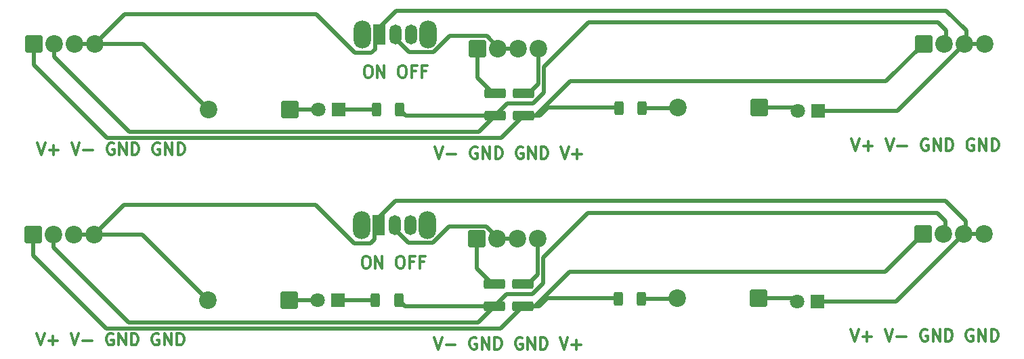
<source format=gbr>
%TF.GenerationSoftware,KiCad,Pcbnew,9.0.3*%
%TF.CreationDate,2025-09-30T08:48:07-07:00*%
%TF.ProjectId,backplate_wiring,6261636b-706c-4617-9465-5f776972696e,rev?*%
%TF.SameCoordinates,Original*%
%TF.FileFunction,Copper,L1,Top*%
%TF.FilePolarity,Positive*%
%FSLAX46Y46*%
G04 Gerber Fmt 4.6, Leading zero omitted, Abs format (unit mm)*
G04 Created by KiCad (PCBNEW 9.0.3) date 2025-09-30 08:48:07*
%MOMM*%
%LPD*%
G01*
G04 APERTURE LIST*
G04 Aperture macros list*
%AMRoundRect*
0 Rectangle with rounded corners*
0 $1 Rounding radius*
0 $2 $3 $4 $5 $6 $7 $8 $9 X,Y pos of 4 corners*
0 Add a 4 corners polygon primitive as box body*
4,1,4,$2,$3,$4,$5,$6,$7,$8,$9,$2,$3,0*
0 Add four circle primitives for the rounded corners*
1,1,$1+$1,$2,$3*
1,1,$1+$1,$4,$5*
1,1,$1+$1,$6,$7*
1,1,$1+$1,$8,$9*
0 Add four rect primitives between the rounded corners*
20,1,$1+$1,$2,$3,$4,$5,0*
20,1,$1+$1,$4,$5,$6,$7,0*
20,1,$1+$1,$6,$7,$8,$9,0*
20,1,$1+$1,$8,$9,$2,$3,0*%
G04 Aperture macros list end*
%ADD10C,0.300000*%
%TA.AperFunction,NonConductor*%
%ADD11C,0.300000*%
%TD*%
%TA.AperFunction,SMDPad,CuDef*%
%ADD12RoundRect,0.250000X-1.075000X0.375000X-1.075000X-0.375000X1.075000X-0.375000X1.075000X0.375000X0*%
%TD*%
%TA.AperFunction,ComponentPad*%
%ADD13RoundRect,0.249999X0.850001X0.850001X-0.850001X0.850001X-0.850001X-0.850001X0.850001X-0.850001X0*%
%TD*%
%TA.AperFunction,ComponentPad*%
%ADD14C,2.200000*%
%TD*%
%TA.AperFunction,ComponentPad*%
%ADD15O,2.200000X3.500000*%
%TD*%
%TA.AperFunction,ComponentPad*%
%ADD16R,1.500000X2.500000*%
%TD*%
%TA.AperFunction,ComponentPad*%
%ADD17O,1.500000X2.500000*%
%TD*%
%TA.AperFunction,ComponentPad*%
%ADD18R,1.800000X1.800000*%
%TD*%
%TA.AperFunction,ComponentPad*%
%ADD19C,1.800000*%
%TD*%
%TA.AperFunction,ComponentPad*%
%ADD20RoundRect,0.249999X-0.850001X-0.850001X0.850001X-0.850001X0.850001X0.850001X-0.850001X0.850001X0*%
%TD*%
%TA.AperFunction,SMDPad,CuDef*%
%ADD21RoundRect,0.250000X-0.312500X-0.625000X0.312500X-0.625000X0.312500X0.625000X-0.312500X0.625000X0*%
%TD*%
%TA.AperFunction,SMDPad,CuDef*%
%ADD22RoundRect,0.250000X0.312500X0.625000X-0.312500X0.625000X-0.312500X-0.625000X0.312500X-0.625000X0*%
%TD*%
%TA.AperFunction,Conductor*%
%ADD23C,0.500000*%
%TD*%
G04 APERTURE END LIST*
D10*
D11*
X131904225Y-148160828D02*
X132189939Y-148160828D01*
X132189939Y-148160828D02*
X132332796Y-148232257D01*
X132332796Y-148232257D02*
X132475653Y-148375114D01*
X132475653Y-148375114D02*
X132547082Y-148660828D01*
X132547082Y-148660828D02*
X132547082Y-149160828D01*
X132547082Y-149160828D02*
X132475653Y-149446542D01*
X132475653Y-149446542D02*
X132332796Y-149589400D01*
X132332796Y-149589400D02*
X132189939Y-149660828D01*
X132189939Y-149660828D02*
X131904225Y-149660828D01*
X131904225Y-149660828D02*
X131761368Y-149589400D01*
X131761368Y-149589400D02*
X131618510Y-149446542D01*
X131618510Y-149446542D02*
X131547082Y-149160828D01*
X131547082Y-149160828D02*
X131547082Y-148660828D01*
X131547082Y-148660828D02*
X131618510Y-148375114D01*
X131618510Y-148375114D02*
X131761368Y-148232257D01*
X131761368Y-148232257D02*
X131904225Y-148160828D01*
X133189939Y-149660828D02*
X133189939Y-148160828D01*
X133189939Y-148160828D02*
X134047082Y-149660828D01*
X134047082Y-149660828D02*
X134047082Y-148160828D01*
X136189940Y-148160828D02*
X136475654Y-148160828D01*
X136475654Y-148160828D02*
X136618511Y-148232257D01*
X136618511Y-148232257D02*
X136761368Y-148375114D01*
X136761368Y-148375114D02*
X136832797Y-148660828D01*
X136832797Y-148660828D02*
X136832797Y-149160828D01*
X136832797Y-149160828D02*
X136761368Y-149446542D01*
X136761368Y-149446542D02*
X136618511Y-149589400D01*
X136618511Y-149589400D02*
X136475654Y-149660828D01*
X136475654Y-149660828D02*
X136189940Y-149660828D01*
X136189940Y-149660828D02*
X136047083Y-149589400D01*
X136047083Y-149589400D02*
X135904225Y-149446542D01*
X135904225Y-149446542D02*
X135832797Y-149160828D01*
X135832797Y-149160828D02*
X135832797Y-148660828D01*
X135832797Y-148660828D02*
X135904225Y-148375114D01*
X135904225Y-148375114D02*
X136047083Y-148232257D01*
X136047083Y-148232257D02*
X136189940Y-148160828D01*
X137975654Y-148875114D02*
X137475654Y-148875114D01*
X137475654Y-149660828D02*
X137475654Y-148160828D01*
X137475654Y-148160828D02*
X138189940Y-148160828D01*
X139261368Y-148875114D02*
X138761368Y-148875114D01*
X138761368Y-149660828D02*
X138761368Y-148160828D01*
X138761368Y-148160828D02*
X139475654Y-148160828D01*
D10*
D11*
X132158225Y-124284828D02*
X132443939Y-124284828D01*
X132443939Y-124284828D02*
X132586796Y-124356257D01*
X132586796Y-124356257D02*
X132729653Y-124499114D01*
X132729653Y-124499114D02*
X132801082Y-124784828D01*
X132801082Y-124784828D02*
X132801082Y-125284828D01*
X132801082Y-125284828D02*
X132729653Y-125570542D01*
X132729653Y-125570542D02*
X132586796Y-125713400D01*
X132586796Y-125713400D02*
X132443939Y-125784828D01*
X132443939Y-125784828D02*
X132158225Y-125784828D01*
X132158225Y-125784828D02*
X132015368Y-125713400D01*
X132015368Y-125713400D02*
X131872510Y-125570542D01*
X131872510Y-125570542D02*
X131801082Y-125284828D01*
X131801082Y-125284828D02*
X131801082Y-124784828D01*
X131801082Y-124784828D02*
X131872510Y-124499114D01*
X131872510Y-124499114D02*
X132015368Y-124356257D01*
X132015368Y-124356257D02*
X132158225Y-124284828D01*
X133443939Y-125784828D02*
X133443939Y-124284828D01*
X133443939Y-124284828D02*
X134301082Y-125784828D01*
X134301082Y-125784828D02*
X134301082Y-124284828D01*
X136443940Y-124284828D02*
X136729654Y-124284828D01*
X136729654Y-124284828D02*
X136872511Y-124356257D01*
X136872511Y-124356257D02*
X137015368Y-124499114D01*
X137015368Y-124499114D02*
X137086797Y-124784828D01*
X137086797Y-124784828D02*
X137086797Y-125284828D01*
X137086797Y-125284828D02*
X137015368Y-125570542D01*
X137015368Y-125570542D02*
X136872511Y-125713400D01*
X136872511Y-125713400D02*
X136729654Y-125784828D01*
X136729654Y-125784828D02*
X136443940Y-125784828D01*
X136443940Y-125784828D02*
X136301083Y-125713400D01*
X136301083Y-125713400D02*
X136158225Y-125570542D01*
X136158225Y-125570542D02*
X136086797Y-125284828D01*
X136086797Y-125284828D02*
X136086797Y-124784828D01*
X136086797Y-124784828D02*
X136158225Y-124499114D01*
X136158225Y-124499114D02*
X136301083Y-124356257D01*
X136301083Y-124356257D02*
X136443940Y-124284828D01*
X138229654Y-124999114D02*
X137729654Y-124999114D01*
X137729654Y-125784828D02*
X137729654Y-124284828D01*
X137729654Y-124284828D02*
X138443940Y-124284828D01*
X139515368Y-124999114D02*
X139015368Y-124999114D01*
X139015368Y-125784828D02*
X139015368Y-124284828D01*
X139015368Y-124284828D02*
X139729654Y-124284828D01*
D10*
D11*
X140638225Y-134472828D02*
X141138225Y-135972828D01*
X141138225Y-135972828D02*
X141638225Y-134472828D01*
X142138224Y-135401400D02*
X143281082Y-135401400D01*
X145923939Y-134544257D02*
X145781082Y-134472828D01*
X145781082Y-134472828D02*
X145566796Y-134472828D01*
X145566796Y-134472828D02*
X145352510Y-134544257D01*
X145352510Y-134544257D02*
X145209653Y-134687114D01*
X145209653Y-134687114D02*
X145138224Y-134829971D01*
X145138224Y-134829971D02*
X145066796Y-135115685D01*
X145066796Y-135115685D02*
X145066796Y-135329971D01*
X145066796Y-135329971D02*
X145138224Y-135615685D01*
X145138224Y-135615685D02*
X145209653Y-135758542D01*
X145209653Y-135758542D02*
X145352510Y-135901400D01*
X145352510Y-135901400D02*
X145566796Y-135972828D01*
X145566796Y-135972828D02*
X145709653Y-135972828D01*
X145709653Y-135972828D02*
X145923939Y-135901400D01*
X145923939Y-135901400D02*
X145995367Y-135829971D01*
X145995367Y-135829971D02*
X145995367Y-135329971D01*
X145995367Y-135329971D02*
X145709653Y-135329971D01*
X146638224Y-135972828D02*
X146638224Y-134472828D01*
X146638224Y-134472828D02*
X147495367Y-135972828D01*
X147495367Y-135972828D02*
X147495367Y-134472828D01*
X148209653Y-135972828D02*
X148209653Y-134472828D01*
X148209653Y-134472828D02*
X148566796Y-134472828D01*
X148566796Y-134472828D02*
X148781082Y-134544257D01*
X148781082Y-134544257D02*
X148923939Y-134687114D01*
X148923939Y-134687114D02*
X148995368Y-134829971D01*
X148995368Y-134829971D02*
X149066796Y-135115685D01*
X149066796Y-135115685D02*
X149066796Y-135329971D01*
X149066796Y-135329971D02*
X148995368Y-135615685D01*
X148995368Y-135615685D02*
X148923939Y-135758542D01*
X148923939Y-135758542D02*
X148781082Y-135901400D01*
X148781082Y-135901400D02*
X148566796Y-135972828D01*
X148566796Y-135972828D02*
X148209653Y-135972828D01*
X151638225Y-134544257D02*
X151495368Y-134472828D01*
X151495368Y-134472828D02*
X151281082Y-134472828D01*
X151281082Y-134472828D02*
X151066796Y-134544257D01*
X151066796Y-134544257D02*
X150923939Y-134687114D01*
X150923939Y-134687114D02*
X150852510Y-134829971D01*
X150852510Y-134829971D02*
X150781082Y-135115685D01*
X150781082Y-135115685D02*
X150781082Y-135329971D01*
X150781082Y-135329971D02*
X150852510Y-135615685D01*
X150852510Y-135615685D02*
X150923939Y-135758542D01*
X150923939Y-135758542D02*
X151066796Y-135901400D01*
X151066796Y-135901400D02*
X151281082Y-135972828D01*
X151281082Y-135972828D02*
X151423939Y-135972828D01*
X151423939Y-135972828D02*
X151638225Y-135901400D01*
X151638225Y-135901400D02*
X151709653Y-135829971D01*
X151709653Y-135829971D02*
X151709653Y-135329971D01*
X151709653Y-135329971D02*
X151423939Y-135329971D01*
X152352510Y-135972828D02*
X152352510Y-134472828D01*
X152352510Y-134472828D02*
X153209653Y-135972828D01*
X153209653Y-135972828D02*
X153209653Y-134472828D01*
X153923939Y-135972828D02*
X153923939Y-134472828D01*
X153923939Y-134472828D02*
X154281082Y-134472828D01*
X154281082Y-134472828D02*
X154495368Y-134544257D01*
X154495368Y-134544257D02*
X154638225Y-134687114D01*
X154638225Y-134687114D02*
X154709654Y-134829971D01*
X154709654Y-134829971D02*
X154781082Y-135115685D01*
X154781082Y-135115685D02*
X154781082Y-135329971D01*
X154781082Y-135329971D02*
X154709654Y-135615685D01*
X154709654Y-135615685D02*
X154638225Y-135758542D01*
X154638225Y-135758542D02*
X154495368Y-135901400D01*
X154495368Y-135901400D02*
X154281082Y-135972828D01*
X154281082Y-135972828D02*
X153923939Y-135972828D01*
X156352511Y-134472828D02*
X156852511Y-135972828D01*
X156852511Y-135972828D02*
X157352511Y-134472828D01*
X157852510Y-135401400D02*
X158995368Y-135401400D01*
X158423939Y-135972828D02*
X158423939Y-134829971D01*
D10*
D11*
X90930225Y-133952828D02*
X91430225Y-135452828D01*
X91430225Y-135452828D02*
X91930225Y-133952828D01*
X92430224Y-134881400D02*
X93573082Y-134881400D01*
X93001653Y-135452828D02*
X93001653Y-134309971D01*
X95215939Y-133952828D02*
X95715939Y-135452828D01*
X95715939Y-135452828D02*
X96215939Y-133952828D01*
X96715938Y-134881400D02*
X97858796Y-134881400D01*
X100501653Y-134024257D02*
X100358796Y-133952828D01*
X100358796Y-133952828D02*
X100144510Y-133952828D01*
X100144510Y-133952828D02*
X99930224Y-134024257D01*
X99930224Y-134024257D02*
X99787367Y-134167114D01*
X99787367Y-134167114D02*
X99715938Y-134309971D01*
X99715938Y-134309971D02*
X99644510Y-134595685D01*
X99644510Y-134595685D02*
X99644510Y-134809971D01*
X99644510Y-134809971D02*
X99715938Y-135095685D01*
X99715938Y-135095685D02*
X99787367Y-135238542D01*
X99787367Y-135238542D02*
X99930224Y-135381400D01*
X99930224Y-135381400D02*
X100144510Y-135452828D01*
X100144510Y-135452828D02*
X100287367Y-135452828D01*
X100287367Y-135452828D02*
X100501653Y-135381400D01*
X100501653Y-135381400D02*
X100573081Y-135309971D01*
X100573081Y-135309971D02*
X100573081Y-134809971D01*
X100573081Y-134809971D02*
X100287367Y-134809971D01*
X101215938Y-135452828D02*
X101215938Y-133952828D01*
X101215938Y-133952828D02*
X102073081Y-135452828D01*
X102073081Y-135452828D02*
X102073081Y-133952828D01*
X102787367Y-135452828D02*
X102787367Y-133952828D01*
X102787367Y-133952828D02*
X103144510Y-133952828D01*
X103144510Y-133952828D02*
X103358796Y-134024257D01*
X103358796Y-134024257D02*
X103501653Y-134167114D01*
X103501653Y-134167114D02*
X103573082Y-134309971D01*
X103573082Y-134309971D02*
X103644510Y-134595685D01*
X103644510Y-134595685D02*
X103644510Y-134809971D01*
X103644510Y-134809971D02*
X103573082Y-135095685D01*
X103573082Y-135095685D02*
X103501653Y-135238542D01*
X103501653Y-135238542D02*
X103358796Y-135381400D01*
X103358796Y-135381400D02*
X103144510Y-135452828D01*
X103144510Y-135452828D02*
X102787367Y-135452828D01*
X106215939Y-134024257D02*
X106073082Y-133952828D01*
X106073082Y-133952828D02*
X105858796Y-133952828D01*
X105858796Y-133952828D02*
X105644510Y-134024257D01*
X105644510Y-134024257D02*
X105501653Y-134167114D01*
X105501653Y-134167114D02*
X105430224Y-134309971D01*
X105430224Y-134309971D02*
X105358796Y-134595685D01*
X105358796Y-134595685D02*
X105358796Y-134809971D01*
X105358796Y-134809971D02*
X105430224Y-135095685D01*
X105430224Y-135095685D02*
X105501653Y-135238542D01*
X105501653Y-135238542D02*
X105644510Y-135381400D01*
X105644510Y-135381400D02*
X105858796Y-135452828D01*
X105858796Y-135452828D02*
X106001653Y-135452828D01*
X106001653Y-135452828D02*
X106215939Y-135381400D01*
X106215939Y-135381400D02*
X106287367Y-135309971D01*
X106287367Y-135309971D02*
X106287367Y-134809971D01*
X106287367Y-134809971D02*
X106001653Y-134809971D01*
X106930224Y-135452828D02*
X106930224Y-133952828D01*
X106930224Y-133952828D02*
X107787367Y-135452828D01*
X107787367Y-135452828D02*
X107787367Y-133952828D01*
X108501653Y-135452828D02*
X108501653Y-133952828D01*
X108501653Y-133952828D02*
X108858796Y-133952828D01*
X108858796Y-133952828D02*
X109073082Y-134024257D01*
X109073082Y-134024257D02*
X109215939Y-134167114D01*
X109215939Y-134167114D02*
X109287368Y-134309971D01*
X109287368Y-134309971D02*
X109358796Y-134595685D01*
X109358796Y-134595685D02*
X109358796Y-134809971D01*
X109358796Y-134809971D02*
X109287368Y-135095685D01*
X109287368Y-135095685D02*
X109215939Y-135238542D01*
X109215939Y-135238542D02*
X109073082Y-135381400D01*
X109073082Y-135381400D02*
X108858796Y-135452828D01*
X108858796Y-135452828D02*
X108501653Y-135452828D01*
D10*
D11*
X192708225Y-133452828D02*
X193208225Y-134952828D01*
X193208225Y-134952828D02*
X193708225Y-133452828D01*
X194208224Y-134381400D02*
X195351082Y-134381400D01*
X194779653Y-134952828D02*
X194779653Y-133809971D01*
X196993939Y-133452828D02*
X197493939Y-134952828D01*
X197493939Y-134952828D02*
X197993939Y-133452828D01*
X198493938Y-134381400D02*
X199636796Y-134381400D01*
X202279653Y-133524257D02*
X202136796Y-133452828D01*
X202136796Y-133452828D02*
X201922510Y-133452828D01*
X201922510Y-133452828D02*
X201708224Y-133524257D01*
X201708224Y-133524257D02*
X201565367Y-133667114D01*
X201565367Y-133667114D02*
X201493938Y-133809971D01*
X201493938Y-133809971D02*
X201422510Y-134095685D01*
X201422510Y-134095685D02*
X201422510Y-134309971D01*
X201422510Y-134309971D02*
X201493938Y-134595685D01*
X201493938Y-134595685D02*
X201565367Y-134738542D01*
X201565367Y-134738542D02*
X201708224Y-134881400D01*
X201708224Y-134881400D02*
X201922510Y-134952828D01*
X201922510Y-134952828D02*
X202065367Y-134952828D01*
X202065367Y-134952828D02*
X202279653Y-134881400D01*
X202279653Y-134881400D02*
X202351081Y-134809971D01*
X202351081Y-134809971D02*
X202351081Y-134309971D01*
X202351081Y-134309971D02*
X202065367Y-134309971D01*
X202993938Y-134952828D02*
X202993938Y-133452828D01*
X202993938Y-133452828D02*
X203851081Y-134952828D01*
X203851081Y-134952828D02*
X203851081Y-133452828D01*
X204565367Y-134952828D02*
X204565367Y-133452828D01*
X204565367Y-133452828D02*
X204922510Y-133452828D01*
X204922510Y-133452828D02*
X205136796Y-133524257D01*
X205136796Y-133524257D02*
X205279653Y-133667114D01*
X205279653Y-133667114D02*
X205351082Y-133809971D01*
X205351082Y-133809971D02*
X205422510Y-134095685D01*
X205422510Y-134095685D02*
X205422510Y-134309971D01*
X205422510Y-134309971D02*
X205351082Y-134595685D01*
X205351082Y-134595685D02*
X205279653Y-134738542D01*
X205279653Y-134738542D02*
X205136796Y-134881400D01*
X205136796Y-134881400D02*
X204922510Y-134952828D01*
X204922510Y-134952828D02*
X204565367Y-134952828D01*
X207993939Y-133524257D02*
X207851082Y-133452828D01*
X207851082Y-133452828D02*
X207636796Y-133452828D01*
X207636796Y-133452828D02*
X207422510Y-133524257D01*
X207422510Y-133524257D02*
X207279653Y-133667114D01*
X207279653Y-133667114D02*
X207208224Y-133809971D01*
X207208224Y-133809971D02*
X207136796Y-134095685D01*
X207136796Y-134095685D02*
X207136796Y-134309971D01*
X207136796Y-134309971D02*
X207208224Y-134595685D01*
X207208224Y-134595685D02*
X207279653Y-134738542D01*
X207279653Y-134738542D02*
X207422510Y-134881400D01*
X207422510Y-134881400D02*
X207636796Y-134952828D01*
X207636796Y-134952828D02*
X207779653Y-134952828D01*
X207779653Y-134952828D02*
X207993939Y-134881400D01*
X207993939Y-134881400D02*
X208065367Y-134809971D01*
X208065367Y-134809971D02*
X208065367Y-134309971D01*
X208065367Y-134309971D02*
X207779653Y-134309971D01*
X208708224Y-134952828D02*
X208708224Y-133452828D01*
X208708224Y-133452828D02*
X209565367Y-134952828D01*
X209565367Y-134952828D02*
X209565367Y-133452828D01*
X210279653Y-134952828D02*
X210279653Y-133452828D01*
X210279653Y-133452828D02*
X210636796Y-133452828D01*
X210636796Y-133452828D02*
X210851082Y-133524257D01*
X210851082Y-133524257D02*
X210993939Y-133667114D01*
X210993939Y-133667114D02*
X211065368Y-133809971D01*
X211065368Y-133809971D02*
X211136796Y-134095685D01*
X211136796Y-134095685D02*
X211136796Y-134309971D01*
X211136796Y-134309971D02*
X211065368Y-134595685D01*
X211065368Y-134595685D02*
X210993939Y-134738542D01*
X210993939Y-134738542D02*
X210851082Y-134881400D01*
X210851082Y-134881400D02*
X210636796Y-134952828D01*
X210636796Y-134952828D02*
X210279653Y-134952828D01*
D10*
D11*
X140548225Y-158320828D02*
X141048225Y-159820828D01*
X141048225Y-159820828D02*
X141548225Y-158320828D01*
X142048224Y-159249400D02*
X143191082Y-159249400D01*
X145833939Y-158392257D02*
X145691082Y-158320828D01*
X145691082Y-158320828D02*
X145476796Y-158320828D01*
X145476796Y-158320828D02*
X145262510Y-158392257D01*
X145262510Y-158392257D02*
X145119653Y-158535114D01*
X145119653Y-158535114D02*
X145048224Y-158677971D01*
X145048224Y-158677971D02*
X144976796Y-158963685D01*
X144976796Y-158963685D02*
X144976796Y-159177971D01*
X144976796Y-159177971D02*
X145048224Y-159463685D01*
X145048224Y-159463685D02*
X145119653Y-159606542D01*
X145119653Y-159606542D02*
X145262510Y-159749400D01*
X145262510Y-159749400D02*
X145476796Y-159820828D01*
X145476796Y-159820828D02*
X145619653Y-159820828D01*
X145619653Y-159820828D02*
X145833939Y-159749400D01*
X145833939Y-159749400D02*
X145905367Y-159677971D01*
X145905367Y-159677971D02*
X145905367Y-159177971D01*
X145905367Y-159177971D02*
X145619653Y-159177971D01*
X146548224Y-159820828D02*
X146548224Y-158320828D01*
X146548224Y-158320828D02*
X147405367Y-159820828D01*
X147405367Y-159820828D02*
X147405367Y-158320828D01*
X148119653Y-159820828D02*
X148119653Y-158320828D01*
X148119653Y-158320828D02*
X148476796Y-158320828D01*
X148476796Y-158320828D02*
X148691082Y-158392257D01*
X148691082Y-158392257D02*
X148833939Y-158535114D01*
X148833939Y-158535114D02*
X148905368Y-158677971D01*
X148905368Y-158677971D02*
X148976796Y-158963685D01*
X148976796Y-158963685D02*
X148976796Y-159177971D01*
X148976796Y-159177971D02*
X148905368Y-159463685D01*
X148905368Y-159463685D02*
X148833939Y-159606542D01*
X148833939Y-159606542D02*
X148691082Y-159749400D01*
X148691082Y-159749400D02*
X148476796Y-159820828D01*
X148476796Y-159820828D02*
X148119653Y-159820828D01*
X151548225Y-158392257D02*
X151405368Y-158320828D01*
X151405368Y-158320828D02*
X151191082Y-158320828D01*
X151191082Y-158320828D02*
X150976796Y-158392257D01*
X150976796Y-158392257D02*
X150833939Y-158535114D01*
X150833939Y-158535114D02*
X150762510Y-158677971D01*
X150762510Y-158677971D02*
X150691082Y-158963685D01*
X150691082Y-158963685D02*
X150691082Y-159177971D01*
X150691082Y-159177971D02*
X150762510Y-159463685D01*
X150762510Y-159463685D02*
X150833939Y-159606542D01*
X150833939Y-159606542D02*
X150976796Y-159749400D01*
X150976796Y-159749400D02*
X151191082Y-159820828D01*
X151191082Y-159820828D02*
X151333939Y-159820828D01*
X151333939Y-159820828D02*
X151548225Y-159749400D01*
X151548225Y-159749400D02*
X151619653Y-159677971D01*
X151619653Y-159677971D02*
X151619653Y-159177971D01*
X151619653Y-159177971D02*
X151333939Y-159177971D01*
X152262510Y-159820828D02*
X152262510Y-158320828D01*
X152262510Y-158320828D02*
X153119653Y-159820828D01*
X153119653Y-159820828D02*
X153119653Y-158320828D01*
X153833939Y-159820828D02*
X153833939Y-158320828D01*
X153833939Y-158320828D02*
X154191082Y-158320828D01*
X154191082Y-158320828D02*
X154405368Y-158392257D01*
X154405368Y-158392257D02*
X154548225Y-158535114D01*
X154548225Y-158535114D02*
X154619654Y-158677971D01*
X154619654Y-158677971D02*
X154691082Y-158963685D01*
X154691082Y-158963685D02*
X154691082Y-159177971D01*
X154691082Y-159177971D02*
X154619654Y-159463685D01*
X154619654Y-159463685D02*
X154548225Y-159606542D01*
X154548225Y-159606542D02*
X154405368Y-159749400D01*
X154405368Y-159749400D02*
X154191082Y-159820828D01*
X154191082Y-159820828D02*
X153833939Y-159820828D01*
X156262511Y-158320828D02*
X156762511Y-159820828D01*
X156762511Y-159820828D02*
X157262511Y-158320828D01*
X157762510Y-159249400D02*
X158905368Y-159249400D01*
X158333939Y-159820828D02*
X158333939Y-158677971D01*
D10*
D11*
X192618225Y-157300828D02*
X193118225Y-158800828D01*
X193118225Y-158800828D02*
X193618225Y-157300828D01*
X194118224Y-158229400D02*
X195261082Y-158229400D01*
X194689653Y-158800828D02*
X194689653Y-157657971D01*
X196903939Y-157300828D02*
X197403939Y-158800828D01*
X197403939Y-158800828D02*
X197903939Y-157300828D01*
X198403938Y-158229400D02*
X199546796Y-158229400D01*
X202189653Y-157372257D02*
X202046796Y-157300828D01*
X202046796Y-157300828D02*
X201832510Y-157300828D01*
X201832510Y-157300828D02*
X201618224Y-157372257D01*
X201618224Y-157372257D02*
X201475367Y-157515114D01*
X201475367Y-157515114D02*
X201403938Y-157657971D01*
X201403938Y-157657971D02*
X201332510Y-157943685D01*
X201332510Y-157943685D02*
X201332510Y-158157971D01*
X201332510Y-158157971D02*
X201403938Y-158443685D01*
X201403938Y-158443685D02*
X201475367Y-158586542D01*
X201475367Y-158586542D02*
X201618224Y-158729400D01*
X201618224Y-158729400D02*
X201832510Y-158800828D01*
X201832510Y-158800828D02*
X201975367Y-158800828D01*
X201975367Y-158800828D02*
X202189653Y-158729400D01*
X202189653Y-158729400D02*
X202261081Y-158657971D01*
X202261081Y-158657971D02*
X202261081Y-158157971D01*
X202261081Y-158157971D02*
X201975367Y-158157971D01*
X202903938Y-158800828D02*
X202903938Y-157300828D01*
X202903938Y-157300828D02*
X203761081Y-158800828D01*
X203761081Y-158800828D02*
X203761081Y-157300828D01*
X204475367Y-158800828D02*
X204475367Y-157300828D01*
X204475367Y-157300828D02*
X204832510Y-157300828D01*
X204832510Y-157300828D02*
X205046796Y-157372257D01*
X205046796Y-157372257D02*
X205189653Y-157515114D01*
X205189653Y-157515114D02*
X205261082Y-157657971D01*
X205261082Y-157657971D02*
X205332510Y-157943685D01*
X205332510Y-157943685D02*
X205332510Y-158157971D01*
X205332510Y-158157971D02*
X205261082Y-158443685D01*
X205261082Y-158443685D02*
X205189653Y-158586542D01*
X205189653Y-158586542D02*
X205046796Y-158729400D01*
X205046796Y-158729400D02*
X204832510Y-158800828D01*
X204832510Y-158800828D02*
X204475367Y-158800828D01*
X207903939Y-157372257D02*
X207761082Y-157300828D01*
X207761082Y-157300828D02*
X207546796Y-157300828D01*
X207546796Y-157300828D02*
X207332510Y-157372257D01*
X207332510Y-157372257D02*
X207189653Y-157515114D01*
X207189653Y-157515114D02*
X207118224Y-157657971D01*
X207118224Y-157657971D02*
X207046796Y-157943685D01*
X207046796Y-157943685D02*
X207046796Y-158157971D01*
X207046796Y-158157971D02*
X207118224Y-158443685D01*
X207118224Y-158443685D02*
X207189653Y-158586542D01*
X207189653Y-158586542D02*
X207332510Y-158729400D01*
X207332510Y-158729400D02*
X207546796Y-158800828D01*
X207546796Y-158800828D02*
X207689653Y-158800828D01*
X207689653Y-158800828D02*
X207903939Y-158729400D01*
X207903939Y-158729400D02*
X207975367Y-158657971D01*
X207975367Y-158657971D02*
X207975367Y-158157971D01*
X207975367Y-158157971D02*
X207689653Y-158157971D01*
X208618224Y-158800828D02*
X208618224Y-157300828D01*
X208618224Y-157300828D02*
X209475367Y-158800828D01*
X209475367Y-158800828D02*
X209475367Y-157300828D01*
X210189653Y-158800828D02*
X210189653Y-157300828D01*
X210189653Y-157300828D02*
X210546796Y-157300828D01*
X210546796Y-157300828D02*
X210761082Y-157372257D01*
X210761082Y-157372257D02*
X210903939Y-157515114D01*
X210903939Y-157515114D02*
X210975368Y-157657971D01*
X210975368Y-157657971D02*
X211046796Y-157943685D01*
X211046796Y-157943685D02*
X211046796Y-158157971D01*
X211046796Y-158157971D02*
X210975368Y-158443685D01*
X210975368Y-158443685D02*
X210903939Y-158586542D01*
X210903939Y-158586542D02*
X210761082Y-158729400D01*
X210761082Y-158729400D02*
X210546796Y-158800828D01*
X210546796Y-158800828D02*
X210189653Y-158800828D01*
D10*
D11*
X90840225Y-157800828D02*
X91340225Y-159300828D01*
X91340225Y-159300828D02*
X91840225Y-157800828D01*
X92340224Y-158729400D02*
X93483082Y-158729400D01*
X92911653Y-159300828D02*
X92911653Y-158157971D01*
X95125939Y-157800828D02*
X95625939Y-159300828D01*
X95625939Y-159300828D02*
X96125939Y-157800828D01*
X96625938Y-158729400D02*
X97768796Y-158729400D01*
X100411653Y-157872257D02*
X100268796Y-157800828D01*
X100268796Y-157800828D02*
X100054510Y-157800828D01*
X100054510Y-157800828D02*
X99840224Y-157872257D01*
X99840224Y-157872257D02*
X99697367Y-158015114D01*
X99697367Y-158015114D02*
X99625938Y-158157971D01*
X99625938Y-158157971D02*
X99554510Y-158443685D01*
X99554510Y-158443685D02*
X99554510Y-158657971D01*
X99554510Y-158657971D02*
X99625938Y-158943685D01*
X99625938Y-158943685D02*
X99697367Y-159086542D01*
X99697367Y-159086542D02*
X99840224Y-159229400D01*
X99840224Y-159229400D02*
X100054510Y-159300828D01*
X100054510Y-159300828D02*
X100197367Y-159300828D01*
X100197367Y-159300828D02*
X100411653Y-159229400D01*
X100411653Y-159229400D02*
X100483081Y-159157971D01*
X100483081Y-159157971D02*
X100483081Y-158657971D01*
X100483081Y-158657971D02*
X100197367Y-158657971D01*
X101125938Y-159300828D02*
X101125938Y-157800828D01*
X101125938Y-157800828D02*
X101983081Y-159300828D01*
X101983081Y-159300828D02*
X101983081Y-157800828D01*
X102697367Y-159300828D02*
X102697367Y-157800828D01*
X102697367Y-157800828D02*
X103054510Y-157800828D01*
X103054510Y-157800828D02*
X103268796Y-157872257D01*
X103268796Y-157872257D02*
X103411653Y-158015114D01*
X103411653Y-158015114D02*
X103483082Y-158157971D01*
X103483082Y-158157971D02*
X103554510Y-158443685D01*
X103554510Y-158443685D02*
X103554510Y-158657971D01*
X103554510Y-158657971D02*
X103483082Y-158943685D01*
X103483082Y-158943685D02*
X103411653Y-159086542D01*
X103411653Y-159086542D02*
X103268796Y-159229400D01*
X103268796Y-159229400D02*
X103054510Y-159300828D01*
X103054510Y-159300828D02*
X102697367Y-159300828D01*
X106125939Y-157872257D02*
X105983082Y-157800828D01*
X105983082Y-157800828D02*
X105768796Y-157800828D01*
X105768796Y-157800828D02*
X105554510Y-157872257D01*
X105554510Y-157872257D02*
X105411653Y-158015114D01*
X105411653Y-158015114D02*
X105340224Y-158157971D01*
X105340224Y-158157971D02*
X105268796Y-158443685D01*
X105268796Y-158443685D02*
X105268796Y-158657971D01*
X105268796Y-158657971D02*
X105340224Y-158943685D01*
X105340224Y-158943685D02*
X105411653Y-159086542D01*
X105411653Y-159086542D02*
X105554510Y-159229400D01*
X105554510Y-159229400D02*
X105768796Y-159300828D01*
X105768796Y-159300828D02*
X105911653Y-159300828D01*
X105911653Y-159300828D02*
X106125939Y-159229400D01*
X106125939Y-159229400D02*
X106197367Y-159157971D01*
X106197367Y-159157971D02*
X106197367Y-158657971D01*
X106197367Y-158657971D02*
X105911653Y-158657971D01*
X106840224Y-159300828D02*
X106840224Y-157800828D01*
X106840224Y-157800828D02*
X107697367Y-159300828D01*
X107697367Y-159300828D02*
X107697367Y-157800828D01*
X108411653Y-159300828D02*
X108411653Y-157800828D01*
X108411653Y-157800828D02*
X108768796Y-157800828D01*
X108768796Y-157800828D02*
X108983082Y-157872257D01*
X108983082Y-157872257D02*
X109125939Y-158015114D01*
X109125939Y-158015114D02*
X109197368Y-158157971D01*
X109197368Y-158157971D02*
X109268796Y-158443685D01*
X109268796Y-158443685D02*
X109268796Y-158657971D01*
X109268796Y-158657971D02*
X109197368Y-158943685D01*
X109197368Y-158943685D02*
X109125939Y-159086542D01*
X109125939Y-159086542D02*
X108983082Y-159229400D01*
X108983082Y-159229400D02*
X108768796Y-159300828D01*
X108768796Y-159300828D02*
X108411653Y-159300828D01*
D12*
%TO.P,F1,1*%
%TO.N,Net-(J1-Pin_4)*%
X151728000Y-127784000D03*
%TO.P,F1,2*%
%TO.N,+BATT*%
X151728000Y-130584000D03*
%TD*%
D13*
%TO.P,D4,1,K*%
%TO.N,Net-(D2-A)*%
X122518000Y-129822000D03*
D14*
%TO.P,D4,2,A*%
%TO.N,GND*%
X112358000Y-129822000D03*
%TD*%
D15*
%TO.P,SW2,*%
%TO.N,*%
X131590000Y-120424000D03*
X139790000Y-120424000D03*
D16*
%TO.P,SW2,1,C*%
%TO.N,GND*%
X133690000Y-120424000D03*
D17*
%TO.P,SW2,2,B*%
%TO.N,Net-(J1-Pin_2)*%
X135690000Y-120424000D03*
%TO.P,SW2,3,A*%
%TO.N,unconnected-(SW2-A-Pad3)*%
X137690000Y-120424000D03*
%TD*%
D18*
%TO.P,D2,1,K*%
%TO.N,Net-(D2-K)*%
X128614000Y-129822000D03*
D19*
%TO.P,D2,2,A*%
%TO.N,Net-(D2-A)*%
X126074000Y-129822000D03*
%TD*%
D13*
%TO.P,D3,1,K*%
%TO.N,Net-(D1-A)*%
X181192000Y-129568000D03*
D14*
%TO.P,D3,2,A*%
%TO.N,Net-(D3-A)*%
X171032000Y-129568000D03*
%TD*%
D20*
%TO.P,J5,1,Pin_1*%
%TO.N,+BATT*%
X90514000Y-121592400D03*
D14*
%TO.P,J5,2,Pin_2*%
%TO.N,-BATT*%
X93054000Y-121592400D03*
%TO.P,J5,3,Pin_3*%
%TO.N,GND*%
X95594000Y-121592400D03*
%TO.P,J5,4,Pin_4*%
X98134000Y-121592400D03*
%TD*%
D12*
%TO.P,F2,1*%
%TO.N,Net-(J1-Pin_1)*%
X148172000Y-127784000D03*
%TO.P,F2,2*%
%TO.N,-BATT*%
X148172000Y-130584000D03*
%TD*%
D21*
%TO.P,R2,1*%
%TO.N,+BATT*%
X163623401Y-129639427D03*
%TO.P,R2,2*%
%TO.N,Net-(D3-A)*%
X166548401Y-129639427D03*
%TD*%
D18*
%TO.P,D1,1,K*%
%TO.N,GND*%
X188558000Y-129983000D03*
D19*
%TO.P,D1,2,A*%
%TO.N,Net-(D1-A)*%
X186018000Y-129983000D03*
%TD*%
D20*
%TO.P,J6,1,Pin_1*%
%TO.N,+BATT*%
X201761000Y-121561500D03*
D14*
%TO.P,J6,2,Pin_2*%
%TO.N,-BATT*%
X204301000Y-121561500D03*
%TO.P,J6,3,Pin_3*%
%TO.N,GND*%
X206841000Y-121561500D03*
%TO.P,J6,4,Pin_4*%
X209381000Y-121561500D03*
%TD*%
D20*
%TO.P,J1,1,Pin_1*%
%TO.N,Net-(J1-Pin_1)*%
X145970000Y-122152000D03*
D14*
%TO.P,J1,2,Pin_2*%
%TO.N,Net-(J1-Pin_2)*%
X148510000Y-122152000D03*
%TO.P,J1,3,Pin_3*%
X151050000Y-122152000D03*
%TO.P,J1,4,Pin_4*%
%TO.N,Net-(J1-Pin_4)*%
X153590000Y-122152000D03*
%TD*%
D22*
%TO.P,R1,1*%
%TO.N,-BATT*%
X136234000Y-129822000D03*
%TO.P,R1,2*%
%TO.N,Net-(D2-K)*%
X133309000Y-129822000D03*
%TD*%
D20*
%TO.P,J5,1,Pin_1*%
%TO.N,+BATT*%
X90424000Y-145440400D03*
D14*
%TO.P,J5,2,Pin_2*%
%TO.N,-BATT*%
X92964000Y-145440400D03*
%TO.P,J5,3,Pin_3*%
%TO.N,GND*%
X95504000Y-145440400D03*
%TO.P,J5,4,Pin_4*%
X98044000Y-145440400D03*
%TD*%
D12*
%TO.P,F2,1*%
%TO.N,Net-(J1-Pin_1)*%
X148082000Y-151632000D03*
%TO.P,F2,2*%
%TO.N,-BATT*%
X148082000Y-154432000D03*
%TD*%
D18*
%TO.P,D1,1,K*%
%TO.N,GND*%
X188468000Y-153831000D03*
D19*
%TO.P,D1,2,A*%
%TO.N,Net-(D1-A)*%
X185928000Y-153831000D03*
%TD*%
D21*
%TO.P,R2,1*%
%TO.N,+BATT*%
X163533401Y-153487427D03*
%TO.P,R2,2*%
%TO.N,Net-(D3-A)*%
X166458401Y-153487427D03*
%TD*%
D22*
%TO.P,R1,1*%
%TO.N,-BATT*%
X136144000Y-153670000D03*
%TO.P,R1,2*%
%TO.N,Net-(D2-K)*%
X133219000Y-153670000D03*
%TD*%
D20*
%TO.P,J6,1,Pin_1*%
%TO.N,+BATT*%
X201671000Y-145409500D03*
D14*
%TO.P,J6,2,Pin_2*%
%TO.N,-BATT*%
X204211000Y-145409500D03*
%TO.P,J6,3,Pin_3*%
%TO.N,GND*%
X206751000Y-145409500D03*
%TO.P,J6,4,Pin_4*%
X209291000Y-145409500D03*
%TD*%
D13*
%TO.P,D3,1,K*%
%TO.N,Net-(D1-A)*%
X181102000Y-153416000D03*
D14*
%TO.P,D3,2,A*%
%TO.N,Net-(D3-A)*%
X170942000Y-153416000D03*
%TD*%
D20*
%TO.P,J1,1,Pin_1*%
%TO.N,Net-(J1-Pin_1)*%
X145880000Y-146000000D03*
D14*
%TO.P,J1,2,Pin_2*%
%TO.N,Net-(J1-Pin_2)*%
X148420000Y-146000000D03*
%TO.P,J1,3,Pin_3*%
X150960000Y-146000000D03*
%TO.P,J1,4,Pin_4*%
%TO.N,Net-(J1-Pin_4)*%
X153500000Y-146000000D03*
%TD*%
D12*
%TO.P,F1,1*%
%TO.N,Net-(J1-Pin_4)*%
X151638000Y-151632000D03*
%TO.P,F1,2*%
%TO.N,+BATT*%
X151638000Y-154432000D03*
%TD*%
D18*
%TO.P,D2,1,K*%
%TO.N,Net-(D2-K)*%
X128524000Y-153670000D03*
D19*
%TO.P,D2,2,A*%
%TO.N,Net-(D2-A)*%
X125984000Y-153670000D03*
%TD*%
D13*
%TO.P,D4,1,K*%
%TO.N,Net-(D2-A)*%
X122428000Y-153670000D03*
D14*
%TO.P,D4,2,A*%
%TO.N,GND*%
X112268000Y-153670000D03*
%TD*%
D15*
%TO.P,SW2,*%
%TO.N,*%
X131500000Y-144272000D03*
X139700000Y-144272000D03*
D16*
%TO.P,SW2,1,C*%
%TO.N,GND*%
X133600000Y-144272000D03*
D17*
%TO.P,SW2,2,B*%
%TO.N,Net-(J1-Pin_2)*%
X135600000Y-144272000D03*
%TO.P,SW2,3,A*%
%TO.N,unconnected-(SW2-A-Pad3)*%
X137600000Y-144272000D03*
%TD*%
D23*
%TO.N,Net-(D3-A)*%
X166548401Y-129639427D02*
X170866401Y-129639427D01*
%TO.N,Net-(J1-Pin_2)*%
X148510000Y-122152000D02*
X150349000Y-122152000D01*
X142456445Y-120601000D02*
X140432445Y-122625000D01*
X148510000Y-122152000D02*
X148510000Y-121993708D01*
X135690000Y-120924000D02*
X135690000Y-120424000D01*
X140432445Y-122625000D02*
X137391000Y-122625000D01*
%TO.N,Net-(D2-K)*%
X133309000Y-129822000D02*
X128614000Y-129822000D01*
%TO.N,Net-(J1-Pin_4)*%
X152386110Y-127784000D02*
X151728000Y-127784000D01*
X153590000Y-126580110D02*
X152386110Y-127784000D01*
%TO.N,GND*%
X198419500Y-129983000D02*
X188558000Y-129983000D01*
X132678000Y-122710000D02*
X133154000Y-122234000D01*
X98134000Y-121592400D02*
X104128400Y-121592400D01*
%TO.N,+BATT*%
X90514000Y-124234000D02*
X90514000Y-121592400D01*
%TO.N,GND*%
X104128400Y-121592400D02*
X112358000Y-129822000D01*
X135775000Y-117403000D02*
X204587000Y-117403000D01*
%TO.N,-BATT*%
X93054000Y-123218000D02*
X93054000Y-121592400D01*
X148172000Y-130584000D02*
X149696000Y-129060000D01*
X146140000Y-132616000D02*
X102452000Y-132616000D01*
%TO.N,+BATT*%
X151728000Y-130584000D02*
X153252000Y-130584000D01*
X148967697Y-133344303D02*
X99624303Y-133344303D01*
%TO.N,-BATT*%
X148172000Y-130584000D02*
X146140000Y-132616000D01*
%TO.N,+BATT*%
X151728000Y-130584000D02*
X148967697Y-133344303D01*
%TO.N,Net-(J1-Pin_1)*%
X145970000Y-122152000D02*
X145970000Y-125842000D01*
%TO.N,Net-(D1-A)*%
X185603000Y-129568000D02*
X186018000Y-129983000D01*
%TO.N,+BATT*%
X154776000Y-129568000D02*
X163551974Y-129568000D01*
X153760000Y-130584000D02*
X154776000Y-129568000D01*
%TO.N,Net-(D2-A)*%
X122518000Y-129822000D02*
X126328000Y-129822000D01*
%TO.N,GND*%
X207100000Y-121302500D02*
X206841000Y-121561500D01*
X207100000Y-119916000D02*
X207100000Y-121302500D01*
X130646000Y-122710000D02*
X132678000Y-122710000D01*
X98134000Y-121592400D02*
X95791000Y-121592400D01*
%TO.N,-BATT*%
X154291000Y-127669292D02*
X154291000Y-124465000D01*
%TO.N,+BATT*%
X153252000Y-130584000D02*
X157570000Y-126266000D01*
%TO.N,-BATT*%
X204560000Y-121302500D02*
X204301000Y-121561500D01*
X203544000Y-118900000D02*
X204560000Y-119916000D01*
X204560000Y-119916000D02*
X204560000Y-121302500D01*
%TO.N,+BATT*%
X197056500Y-126266000D02*
X201761000Y-121561500D01*
%TO.N,-BATT*%
X149696000Y-129060000D02*
X152900292Y-129060000D01*
%TO.N,GND*%
X98134000Y-121592400D02*
X101842400Y-117884000D01*
X101842400Y-117884000D02*
X125820000Y-117884000D01*
X206841000Y-121561500D02*
X209381000Y-121561500D01*
%TO.N,-BATT*%
X159856000Y-118900000D02*
X203544000Y-118900000D01*
X136996000Y-130584000D02*
X148172000Y-130584000D01*
%TO.N,GND*%
X204587000Y-117403000D02*
X207100000Y-119916000D01*
%TO.N,Net-(J1-Pin_1)*%
X147912000Y-127784000D02*
X148172000Y-127784000D01*
%TO.N,GND*%
X206841000Y-121561500D02*
X198419500Y-129983000D01*
%TO.N,+BATT*%
X157570000Y-126266000D02*
X197056500Y-126266000D01*
X153252000Y-130584000D02*
X153760000Y-130584000D01*
%TO.N,-BATT*%
X102452000Y-132616000D02*
X93054000Y-123218000D01*
X152900292Y-129060000D02*
X154291000Y-127669292D01*
X136234000Y-129822000D02*
X136996000Y-130584000D01*
X154291000Y-124465000D02*
X159856000Y-118900000D01*
%TO.N,Net-(D1-A)*%
X181192000Y-129568000D02*
X185603000Y-129568000D01*
%TO.N,GND*%
X133154000Y-122234000D02*
X133154000Y-120024000D01*
%TO.N,Net-(J1-Pin_4)*%
X153590000Y-122152000D02*
X153590000Y-126580110D01*
%TO.N,+BATT*%
X163551974Y-129568000D02*
X163623401Y-129639427D01*
%TO.N,GND*%
X133154000Y-120024000D02*
X135775000Y-117403000D01*
%TO.N,+BATT*%
X99624303Y-133344303D02*
X90514000Y-124234000D01*
%TO.N,GND*%
X125820000Y-117884000D02*
X130646000Y-122710000D01*
%TO.N,Net-(J1-Pin_2)*%
X147117292Y-120601000D02*
X142456445Y-120601000D01*
X137391000Y-122625000D02*
X135690000Y-120924000D01*
X148510000Y-121993708D02*
X147117292Y-120601000D01*
%TO.N,Net-(J1-Pin_1)*%
X145970000Y-125842000D02*
X147912000Y-127784000D01*
%TO.N,-BATT*%
X203454000Y-142748000D02*
X204470000Y-143764000D01*
X148082000Y-154432000D02*
X146050000Y-156464000D01*
X146050000Y-156464000D02*
X102362000Y-156464000D01*
X152810292Y-152908000D02*
X154201000Y-151517292D01*
X154201000Y-148313000D02*
X159766000Y-142748000D01*
X148082000Y-154432000D02*
X149606000Y-152908000D01*
X204470000Y-143764000D02*
X204470000Y-145150500D01*
X102362000Y-156464000D02*
X92964000Y-147066000D01*
X159766000Y-142748000D02*
X203454000Y-142748000D01*
X136906000Y-154432000D02*
X148082000Y-154432000D01*
X136144000Y-153670000D02*
X136906000Y-154432000D01*
X204470000Y-145150500D02*
X204211000Y-145409500D01*
X92964000Y-147066000D02*
X92964000Y-145440400D01*
X154201000Y-151517292D02*
X154201000Y-148313000D01*
X149606000Y-152908000D02*
X152810292Y-152908000D01*
%TO.N,+BATT*%
X153162000Y-154432000D02*
X157480000Y-150114000D01*
X148877697Y-157192303D02*
X99534303Y-157192303D01*
X163461974Y-153416000D02*
X163533401Y-153487427D01*
X151638000Y-154432000D02*
X148877697Y-157192303D01*
X196966500Y-150114000D02*
X201671000Y-145409500D01*
X153162000Y-154432000D02*
X153670000Y-154432000D01*
X157480000Y-150114000D02*
X196966500Y-150114000D01*
X154686000Y-153416000D02*
X163461974Y-153416000D01*
X90424000Y-148082000D02*
X90424000Y-145440400D01*
X151638000Y-154432000D02*
X153162000Y-154432000D01*
X99534303Y-157192303D02*
X90424000Y-148082000D01*
X153670000Y-154432000D02*
X154686000Y-153416000D01*
%TO.N,GND*%
X133064000Y-146082000D02*
X133064000Y-143872000D01*
X206751000Y-145409500D02*
X209291000Y-145409500D01*
X135685000Y-141251000D02*
X204497000Y-141251000D01*
X104038400Y-145440400D02*
X112268000Y-153670000D01*
X98044000Y-145440400D02*
X104038400Y-145440400D01*
X132588000Y-146558000D02*
X133064000Y-146082000D01*
X204497000Y-141251000D02*
X207010000Y-143764000D01*
X133064000Y-143872000D02*
X135685000Y-141251000D01*
X125730000Y-141732000D02*
X130556000Y-146558000D01*
X101752400Y-141732000D02*
X125730000Y-141732000D01*
X98044000Y-145440400D02*
X101752400Y-141732000D01*
X206751000Y-145409500D02*
X198329500Y-153831000D01*
X98044000Y-145440400D02*
X95701000Y-145440400D01*
X198329500Y-153831000D02*
X188468000Y-153831000D01*
X130556000Y-146558000D02*
X132588000Y-146558000D01*
X207010000Y-143764000D02*
X207010000Y-145150500D01*
X207010000Y-145150500D02*
X206751000Y-145409500D01*
%TO.N,Net-(J1-Pin_4)*%
X153500000Y-150428110D02*
X152296110Y-151632000D01*
X153500000Y-146000000D02*
X153500000Y-150428110D01*
X152296110Y-151632000D02*
X151638000Y-151632000D01*
%TO.N,Net-(D1-A)*%
X185513000Y-153416000D02*
X185928000Y-153831000D01*
X181102000Y-153416000D02*
X185513000Y-153416000D01*
%TO.N,Net-(D2-A)*%
X122428000Y-153670000D02*
X126238000Y-153670000D01*
%TO.N,Net-(D2-K)*%
X133219000Y-153670000D02*
X128524000Y-153670000D01*
%TO.N,Net-(J1-Pin_1)*%
X145880000Y-149690000D02*
X147822000Y-151632000D01*
X145880000Y-146000000D02*
X145880000Y-149690000D01*
X147822000Y-151632000D02*
X148082000Y-151632000D01*
%TO.N,Net-(J1-Pin_2)*%
X148420000Y-145841708D02*
X147027292Y-144449000D01*
X137301000Y-146473000D02*
X135600000Y-144772000D01*
X147027292Y-144449000D02*
X142366445Y-144449000D01*
X148420000Y-146000000D02*
X148420000Y-145841708D01*
X142366445Y-144449000D02*
X140342445Y-146473000D01*
X135600000Y-144772000D02*
X135600000Y-144272000D01*
X140342445Y-146473000D02*
X137301000Y-146473000D01*
X148420000Y-146000000D02*
X150259000Y-146000000D01*
%TO.N,Net-(D3-A)*%
X166458401Y-153487427D02*
X170776401Y-153487427D01*
%TD*%
M02*

</source>
